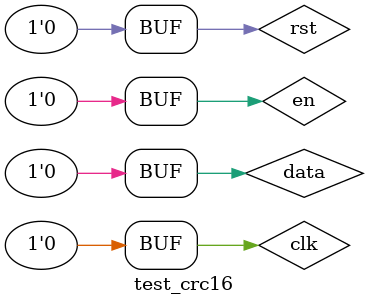
<source format=v>
`timescale 1ns / 1ps


module test_crc16;

	// Inputs
	reg clk;
	reg rst;
	reg en;
	reg data;

	// Outputs
	wire [15:0] crc;

	// Instantiate the Unit Under Test (UUT)
	crc16 uut (
		.clk(clk), 
		.rst(rst), 
		.en(en), 
		.data(data), 
		.crc(crc)
	);

	initial begin
		// Initialize Inputs
		clk = 0;
		rst = 0;
		en = 0;
		data = 0;

		// Wait 100 ns for global reset to finish
		#100;
        
		// Add stimulus here

	end
      
endmodule


</source>
